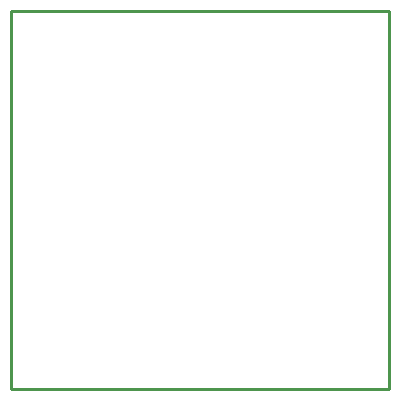
<source format=gm1>
%FSLAX23Y23*%
%MOIN*%
G70*
G01*
G75*
%ADD10R,0.030X0.030*%
%ADD11O,0.059X0.018*%
%ADD12R,0.059X0.018*%
%ADD13R,0.018X0.059*%
%ADD14C,0.032*%
%ADD15C,0.015*%
%ADD16C,0.016*%
%ADD17C,0.025*%
%ADD18C,0.008*%
%ADD19R,0.050X0.050*%
%ADD20C,0.050*%
%ADD21C,0.055*%
%ADD22C,0.062*%
%ADD23R,0.062X0.062*%
%ADD24R,0.022X0.079*%
%ADD25O,0.022X0.079*%
%ADD26R,0.060X0.060*%
%ADD27C,0.020*%
%ADD28R,0.038X0.038*%
%ADD29O,0.067X0.026*%
%ADD30R,0.067X0.026*%
%ADD31R,0.026X0.067*%
%ADD32R,0.058X0.058*%
%ADD33C,0.058*%
%ADD34C,0.063*%
%ADD35C,0.070*%
%ADD36R,0.070X0.070*%
%ADD37R,0.030X0.087*%
%ADD38O,0.030X0.087*%
%ADD39R,0.068X0.068*%
%ADD40C,0.010*%
D40*
X9620Y8761D02*
X10880D01*
Y7501D02*
Y8761D01*
X9620Y7501D02*
X10880D01*
X9620D02*
Y8761D01*
M02*

</source>
